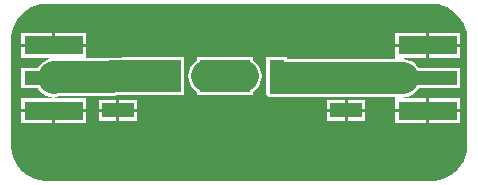
<source format=gbr>
%TF.GenerationSoftware,Altium Limited,Altium Designer,20.0.10 (225)*%
G04 Layer_Physical_Order=1*
G04 Layer_Color=255*
%FSLAX26Y26*%
%MOIN*%
%TF.FileFunction,Copper,L1,Top,Signal*%
%TF.Part,Single*%
G01*
G75*
%TA.AperFunction,SMDPad,CuDef*%
%ADD10R,0.106299X0.049213*%
%ADD11R,0.049213X0.106299*%
%ADD12R,0.196850X0.047244*%
%ADD13R,0.196850X0.062992*%
%TA.AperFunction,Conductor*%
%ADD14C,0.105236*%
%TA.AperFunction,ViaPad*%
%ADD15C,0.050000*%
G36*
X3077816Y3657979D02*
X3092771Y3653972D01*
X3107075Y3648047D01*
X3120484Y3640305D01*
X3132767Y3630880D01*
X3143715Y3619932D01*
X3153140Y3607649D01*
X3160881Y3594241D01*
X3166806Y3579936D01*
X3170814Y3564981D01*
X3172835Y3549631D01*
Y3541890D01*
Y3188976D01*
Y3181235D01*
X3170814Y3165885D01*
X3166806Y3150930D01*
X3160881Y3136626D01*
X3153140Y3123217D01*
X3143715Y3110934D01*
X3132767Y3099986D01*
X3120484Y3090561D01*
X3107075Y3082819D01*
X3092771Y3076894D01*
X3077816Y3072887D01*
X3062466Y3070866D01*
X1763912D01*
X1748562Y3072887D01*
X1733607Y3076894D01*
X1719303Y3082819D01*
X1705894Y3090561D01*
X1693611Y3099986D01*
X1682663Y3110934D01*
X1673238Y3123217D01*
X1665496Y3136626D01*
X1659571Y3150930D01*
X1655564Y3165885D01*
X1653543Y3181235D01*
Y3188976D01*
Y3541890D01*
Y3549631D01*
X1655564Y3564981D01*
X1659571Y3579936D01*
X1665496Y3594241D01*
X1673238Y3607649D01*
X1682663Y3619932D01*
X1693611Y3630880D01*
X1705894Y3640305D01*
X1719303Y3648047D01*
X1733607Y3653972D01*
X1748562Y3657979D01*
X1763912Y3660000D01*
X3062466D01*
X3077816Y3657979D01*
D02*
G37*
%LPC*%
G36*
X1902383Y3563122D02*
X1798958D01*
Y3526626D01*
X1902383D01*
Y3563122D01*
D02*
G37*
G36*
X1788958D02*
X1685533D01*
Y3526626D01*
X1788958D01*
Y3563122D01*
D02*
G37*
G36*
X3149370D02*
X3045945D01*
Y3526626D01*
X3149370D01*
Y3563122D01*
D02*
G37*
G36*
X3035945D02*
X2932520D01*
Y3526626D01*
X3035945D01*
Y3563122D01*
D02*
G37*
G36*
X2400514Y3482552D02*
X2400492Y3482548D01*
X2400469Y3482552D01*
X2353665Y3482348D01*
X2340709Y3482386D01*
Y3482477D01*
X2331926D01*
X2331430Y3482518D01*
X2331070Y3482477D01*
X2330970D01*
X2330589Y3482552D01*
X2330207Y3482477D01*
X2271496D01*
Y3471831D01*
X2271145Y3471644D01*
X2261610Y3463819D01*
X2253785Y3454284D01*
X2247971Y3443406D01*
X2244390Y3431602D01*
X2243181Y3419327D01*
X2244390Y3407052D01*
X2247971Y3395248D01*
X2253785Y3384370D01*
X2261610Y3374835D01*
X2271145Y3367010D01*
X2271496Y3366822D01*
Y3356177D01*
X2330207D01*
X2330589Y3356101D01*
X2330611Y3356106D01*
X2330633Y3356102D01*
X2377438Y3356305D01*
X2390394Y3356268D01*
Y3356177D01*
X2399176D01*
X2399672Y3356136D01*
X2400032Y3356177D01*
X2400132D01*
X2400514Y3356101D01*
X2400895Y3356177D01*
X2459606D01*
Y3366822D01*
X2459957Y3367010D01*
X2469492Y3374835D01*
X2477317Y3384370D01*
X2483131Y3395248D01*
X2486712Y3407052D01*
X2487921Y3419327D01*
X2486712Y3431602D01*
X2483131Y3443406D01*
X2477317Y3454284D01*
X2469492Y3463819D01*
X2459957Y3471644D01*
X2459606Y3471831D01*
Y3482477D01*
X2400895D01*
X2400514Y3482552D01*
D02*
G37*
G36*
X3149370Y3516626D02*
X3045945D01*
Y3480130D01*
X3149370D01*
Y3516626D01*
D02*
G37*
G36*
X3035945D02*
X2932520D01*
Y3480492D01*
X2932520Y3480130D01*
X2931646Y3475492D01*
X2719984D01*
X2716978Y3475196D01*
X2571811Y3475196D01*
Y3482477D01*
X2502598D01*
Y3356177D01*
X2505564D01*
X2505580Y3356098D01*
X2507790Y3352790D01*
X2511098Y3350580D01*
X2515000Y3349804D01*
X2718418Y3349804D01*
X2719984Y3349650D01*
X2931646D01*
X2932520Y3345012D01*
X2932520Y3344650D01*
Y3308516D01*
X3035945D01*
Y3345012D01*
X2963094D01*
X2962849Y3350012D01*
X2971448Y3350859D01*
X2983252Y3354439D01*
X2994130Y3360254D01*
X3003665Y3368079D01*
X3011490Y3377614D01*
X3012204Y3378949D01*
X3149370D01*
Y3446193D01*
X3012204D01*
X3011490Y3447528D01*
X3003665Y3457063D01*
X2994130Y3464888D01*
X2983252Y3470702D01*
X2971448Y3474283D01*
X2962849Y3475130D01*
X2963094Y3480130D01*
X3035945D01*
Y3516626D01*
D02*
G37*
G36*
X1902383Y3516626D02*
X1793958D01*
X1685533D01*
Y3480130D01*
X1778155D01*
X1778896Y3475130D01*
X1772309Y3473132D01*
X1761430Y3467317D01*
X1751895Y3459492D01*
X1749466Y3457063D01*
X1741641Y3447528D01*
X1740928Y3446193D01*
X1685533D01*
Y3378949D01*
X1740928D01*
X1741641Y3377614D01*
X1749466Y3368079D01*
X1759001Y3360254D01*
X1769879Y3354439D01*
X1781683Y3350859D01*
X1790283Y3350012D01*
X1790038Y3345012D01*
X1685533D01*
Y3308516D01*
X1793958D01*
X1902383D01*
Y3345012D01*
X1797879D01*
X1797633Y3350012D01*
X1806234Y3350859D01*
X1810256Y3352079D01*
X1987445D01*
X1999720Y3353288D01*
X2005910Y3355166D01*
X2033489D01*
X2045764Y3356375D01*
X2048086Y3357079D01*
X2159291D01*
Y3356177D01*
X2228504D01*
Y3410854D01*
X2229338Y3419327D01*
X2228504Y3427800D01*
Y3482477D01*
X2170258D01*
X2165744Y3482921D01*
X2035402D01*
X2023127Y3481712D01*
X2020805Y3481008D01*
X1990532D01*
X1978256Y3479799D01*
X1972066Y3477921D01*
X1906468D01*
X1902383Y3480130D01*
X1902383Y3482921D01*
Y3516626D01*
D02*
G37*
G36*
X2071024Y3339957D02*
X2012874D01*
Y3310350D01*
X2071024D01*
Y3339957D01*
D02*
G37*
G36*
X2833150D02*
X2775000D01*
Y3310350D01*
X2833150D01*
Y3339957D01*
D02*
G37*
G36*
X2002874D02*
X1944724D01*
Y3310350D01*
X2002874D01*
Y3339957D01*
D02*
G37*
G36*
X2765000D02*
X2706850D01*
Y3310350D01*
X2765000D01*
Y3339957D01*
D02*
G37*
G36*
X3149370Y3345012D02*
X3045945D01*
Y3308516D01*
X3149370D01*
Y3345012D01*
D02*
G37*
G36*
X2833150Y3300350D02*
X2775000D01*
Y3270744D01*
X2833150D01*
Y3300350D01*
D02*
G37*
G36*
X2765000D02*
X2706850D01*
Y3270744D01*
X2765000D01*
Y3300350D01*
D02*
G37*
G36*
X2071024D02*
X2012874D01*
Y3270744D01*
X2071024D01*
Y3300350D01*
D02*
G37*
G36*
X2002874D02*
X1944724D01*
Y3270744D01*
X2002874D01*
Y3300350D01*
D02*
G37*
G36*
X3149370Y3298516D02*
X3045945D01*
Y3262020D01*
X3149370D01*
Y3298516D01*
D02*
G37*
G36*
X3035945D02*
X2932520D01*
Y3262020D01*
X3035945D01*
Y3298516D01*
D02*
G37*
G36*
X1902383Y3298516D02*
X1798958D01*
Y3262020D01*
X1902383D01*
Y3298516D01*
D02*
G37*
G36*
X1788958D02*
X1685533D01*
Y3262020D01*
X1788958D01*
Y3298516D01*
D02*
G37*
%LPD*%
G36*
X2400514Y3472016D02*
X2425000Y3471945D01*
Y3366709D01*
X2400514Y3366602D01*
Y3366297D01*
X2399570Y3366376D01*
X2396737Y3366445D01*
X2377437Y3366501D01*
X2330589Y3366297D01*
Y3366638D01*
X2306102Y3366709D01*
Y3471945D01*
X2330589Y3472052D01*
Y3472356D01*
X2331533Y3472278D01*
X2334365Y3472208D01*
X2353666Y3472152D01*
X2400514Y3472356D01*
Y3472016D01*
D02*
G37*
G36*
X2840000Y3360000D02*
X2515000Y3360000D01*
X2515000Y3465000D01*
X2840000Y3465000D01*
X2840000Y3360000D01*
D02*
G37*
%LPC*%
G36*
X2833150Y3452162D02*
X2775000D01*
Y3422555D01*
X2833150D01*
Y3452162D01*
D02*
G37*
G36*
X2765000D02*
X2706850D01*
Y3422555D01*
X2765000D01*
Y3452162D01*
D02*
G37*
G36*
X2833150Y3412555D02*
X2775000D01*
Y3382949D01*
X2833150D01*
Y3412555D01*
D02*
G37*
G36*
X2765000D02*
X2706850D01*
Y3382949D01*
X2765000D01*
Y3412555D01*
D02*
G37*
%LPD*%
D10*
X2770000Y3417555D02*
D03*
Y3305351D02*
D03*
X2007874Y3417555D02*
D03*
Y3305351D02*
D03*
D11*
X2537205Y3419327D02*
D03*
X2425000D02*
D03*
X2306102D02*
D03*
X2193898D02*
D03*
D12*
X3040945Y3412571D02*
D03*
X1793958D02*
D03*
D13*
X3040945Y3521626D02*
D03*
Y3303516D02*
D03*
X1793958D02*
D03*
Y3521626D02*
D03*
D14*
Y3412571D02*
X1796387Y3415000D01*
X1987445D02*
X1990000Y3417555D01*
X1796387Y3415000D02*
X1987445D01*
X2306102Y3419327D02*
X2425000D01*
X2035402Y3420000D02*
X2165744D01*
X1990532Y3418087D02*
X2033489D01*
X2035402Y3420000D01*
X2165744D02*
X2166417Y3419327D01*
X2719984Y3412571D02*
X2959173D01*
D15*
X2370000Y3527618D02*
D03*
X2680000Y3240000D02*
D03*
X2875000Y3310000D02*
D03*
X2900000Y3600000D02*
D03*
X2885000Y3520000D02*
D03*
X1810000Y3600000D02*
D03*
X1940000Y3580000D02*
D03*
X1945000Y3230000D02*
D03*
X2030000D02*
D03*
X1975000Y3515000D02*
D03*
X2085000D02*
D03*
X2105000Y3310875D02*
D03*
X2195000D02*
D03*
X2180000Y3515000D02*
D03*
X2470000Y3310875D02*
D03*
X2274169Y3515000D02*
D03*
X2271856Y3310875D02*
D03*
X2380000D02*
D03*
X2540000D02*
D03*
X2458743Y3515000D02*
D03*
X2815000D02*
D03*
X2735000D02*
D03*
X2641332D02*
D03*
X2555000D02*
D03*
X2625000Y3310875D02*
D03*
X2825000Y3235000D02*
D03*
X1855000Y3205000D02*
D03*
%TF.MD5,ec7ede39f90bdefa054e8e6cd4390a15*%
M02*

</source>
